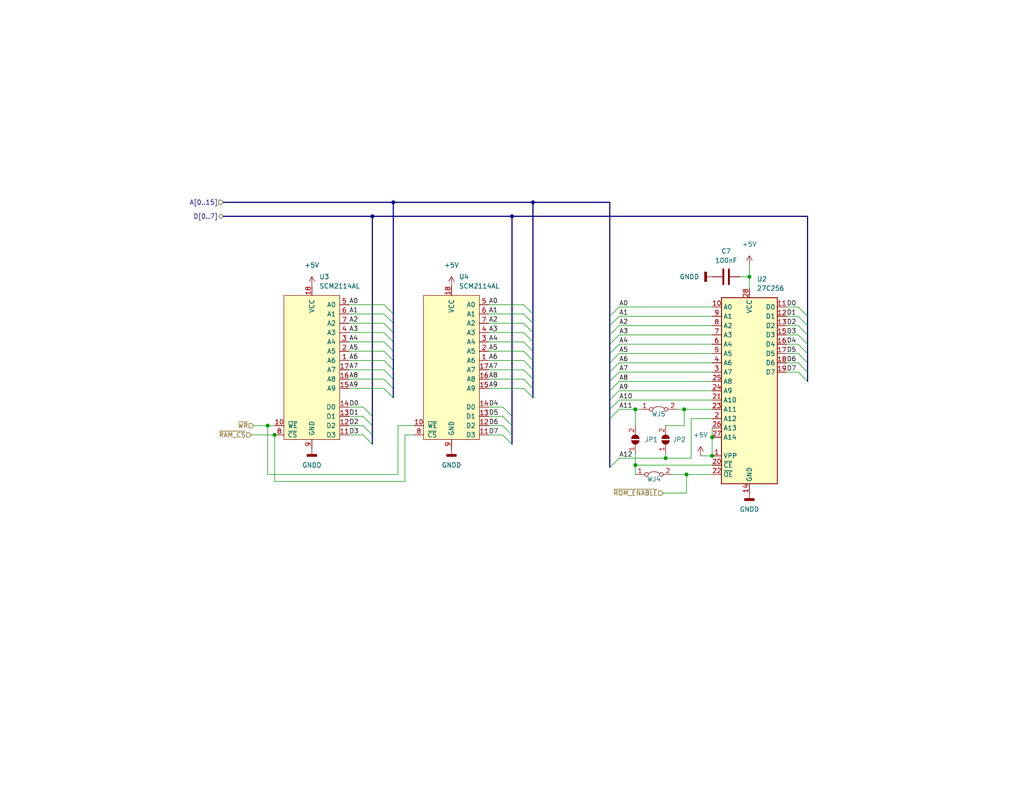
<source format=kicad_sch>
(kicad_sch (version 20211123) (generator eeschema)
  (paper "USLetter")
  (title_block (title "Righteous Tentacle, Colecovision Reverse Engineering Project") (date "2023-03-14") (rev "DEV") (company "sparkletron") (comment 1 "Jay Convertino") (comment 2 "MIT LICENSE") (comment 3 "PCB: 75743 REV F"))
  (lib_symbols
    (symbol "Device:C" (pin_numbers hide) (pin_names (offset 0.254))
      (property "Reference" "C" (at 0.635 2.54 0))
      (property "Value" "C" (at 0.635 -2.54 0))
      (symbol "C_0_1"
        (polyline (pts (xy -2.032 -0.762) (xy 2.032 -0.762)) (stroke (width 0.508)))
        (polyline (pts (xy -2.032 0.762) (xy 2.032 0.762)) (stroke (width 0.508)))
      )
      (symbol "C_1_1"
        (pin passive line (at 0 3.81 270) (length 2.794) (name "~") (number "1"))
        (pin passive line (at 0 -3.81 90) (length 2.794) (name "~") (number "2"))
      )
    )
    (symbol "Jumper:Jumper_2_Bridged" (pin_names (offset 0) hide)
      (property "Reference" "JP" (at 0 1.905 0))
      (property "Value" "Jumper_2_Bridged" (at 0 -2.54 0))
      (symbol "Jumper_2_Bridged_0_0"
        (circle (center -2.032 0) (radius 0.508))
        (circle (center 2.032 0) (radius 0.508))
      )
      (symbol "Jumper_2_Bridged_0_1"
        (arc (start 1.524 0.254) (mid 0 0.762) (end -1.524 0.254))
      )
      (symbol "Jumper_2_Bridged_1_1"
        (pin passive line (at -5.08 0 0) (length 2.54) (name "A") (number "1"))
        (pin passive line (at 5.08 0 180) (length 2.54) (name "B") (number "2"))
      )
    )
    (symbol "Jumper:SolderJumper_2_Open" (pin_names (offset 0) hide)
      (property "Reference" "JP" (at 0 2.032 0))
      (property "Value" "SolderJumper_2_Open" (at 0 -2.54 0))
      (symbol "SolderJumper_2_Open_0_1"
        (arc (start -0.254 1.016) (mid -1.27 0) (end -0.254 -1.016))
        (arc (start -0.254 1.016) (mid -1.27 0) (end -0.254 -1.016) (fill (type outline)))
        (polyline (pts (xy -0.254 1.016) (xy -0.254 -1.016)))
        (polyline (pts (xy 0.254 1.016) (xy 0.254 -1.016)))
        (arc (start 0.254 -1.016) (mid 1.27 0) (end 0.254 1.016))
        (arc (start 0.254 -1.016) (mid 1.27 0) (end 0.254 1.016) (fill (type outline)))
      )
      (symbol "SolderJumper_2_Open_1_1"
        (pin passive line (at -3.81 0 0) (length 2.54) (name "A") (number "1"))
        (pin passive line (at 3.81 0 180) (length 2.54) (name "B") (number "2"))
      )
    )
    (symbol "Memory_EPROM:27C256"
      (property "Reference" "U" (at -7.62 26.67 0))
      (property "Value" "27C256" (at 2.54 -26.67 0))
      (symbol "27C256_1_1"
        (rectangle (start -7.62 25.4) (end 7.62 -25.4) (stroke (width 0.254)) (fill (type background)))
        (pin input line (at -10.16 -17.78 0) (length 2.54) (name "VPP") (number "1"))
        (pin input line (at -10.16 22.86 0) (length 2.54) (name "A0") (number "10"))
        (pin tri_state line (at 10.16 22.86 180) (length 2.54) (name "D0") (number "11"))
        (pin tri_state line (at 10.16 20.32 180) (length 2.54) (name "D1") (number "12"))
        (pin tri_state line (at 10.16 17.78 180) (length 2.54) (name "D2") (number "13"))
        (pin power_in line (at 0 -27.94 90) (length 2.54) (name "GND") (number "14"))
        (pin tri_state line (at 10.16 15.24 180) (length 2.54) (name "D3") (number "15"))
        (pin tri_state line (at 10.16 12.7 180) (length 2.54) (name "D4") (number "16"))
        (pin tri_state line (at 10.16 10.16 180) (length 2.54) (name "D5") (number "17"))
        (pin tri_state line (at 10.16 7.62 180) (length 2.54) (name "D6") (number "18"))
        (pin tri_state line (at 10.16 5.08 180) (length 2.54) (name "D7") (number "19"))
        (pin input line (at -10.16 -7.62 0) (length 2.54) (name "A12") (number "2"))
        (pin input line (at -10.16 -20.32 0) (length 2.54) (name "~{CE}") (number "20"))
        (pin input line (at -10.16 -2.54 0) (length 2.54) (name "A10") (number "21"))
        (pin input line (at -10.16 -22.86 0) (length 2.54) (name "~{OE}") (number "22"))
        (pin input line (at -10.16 -5.08 0) (length 2.54) (name "A11") (number "23"))
        (pin input line (at -10.16 0 0) (length 2.54) (name "A9") (number "24"))
        (pin input line (at -10.16 2.54 0) (length 2.54) (name "A8") (number "25"))
        (pin input line (at -10.16 -10.16 0) (length 2.54) (name "A13") (number "26"))
        (pin input line (at -10.16 -12.7 0) (length 2.54) (name "A14") (number "27"))
        (pin power_in line (at 0 27.94 270) (length 2.54) (name "VCC") (number "28"))
        (pin input line (at -10.16 5.08 0) (length 2.54) (name "A7") (number "3"))
        (pin input line (at -10.16 7.62 0) (length 2.54) (name "A6") (number "4"))
        (pin input line (at -10.16 10.16 0) (length 2.54) (name "A5") (number "5"))
        (pin input line (at -10.16 12.7 0) (length 2.54) (name "A4") (number "6"))
        (pin input line (at -10.16 15.24 0) (length 2.54) (name "A3") (number "7"))
        (pin input line (at -10.16 17.78 0) (length 2.54) (name "A2") (number "8"))
        (pin input line (at -10.16 20.32 0) (length 2.54) (name "A1") (number "9"))
      )
    )
    (symbol "Vintage_RAM:SCM2114AL" (pin_names (offset 1.016))
      (property "Reference" "U" (at 1.27 7.62 0))
      (property "Value" "SCM2114AL" (at 6.35 5.08 0))
      (symbol "SCM2114AL_0_1"
        (rectangle (start -7.62 3.81) (end 7.62 -35.56) (fill (type background)))
      )
      (symbol "SCM2114AL_1_1"
        (pin input line (at 10.16 -13.97 180) (length 2.54) (name "A6") (number "1"))
        (pin input line (at -10.16 -31.75 0) (length 2.54) (name "~{WE}") (number "10"))
        (pin bidirectional line (at 10.16 -34.29 180) (length 2.54) (name "D3") (number "11"))
        (pin bidirectional line (at 10.16 -31.75 180) (length 2.54) (name "D2") (number "12"))
        (pin bidirectional line (at 10.16 -29.21 180) (length 2.54) (name "D1") (number "13"))
        (pin bidirectional line (at 10.16 -26.67 180) (length 2.54) (name "D0") (number "14"))
        (pin input line (at 10.16 -21.59 180) (length 2.54) (name "A9") (number "15"))
        (pin input line (at 10.16 -19.05 180) (length 2.54) (name "A8") (number "16"))
        (pin input line (at 10.16 -16.51 180) (length 2.54) (name "A7") (number "17"))
        (pin power_in line (at 0 6.35 270) (length 2.54) (name "VCC") (number "18"))
        (pin input line (at 10.16 -11.43 180) (length 2.54) (name "A5") (number "2"))
        (pin input line (at 10.16 -8.89 180) (length 2.54) (name "A4") (number "3"))
        (pin input line (at 10.16 -6.35 180) (length 2.54) (name "A3") (number "4"))
        (pin input line (at 10.16 1.27 180) (length 2.54) (name "A0") (number "5"))
        (pin input line (at 10.16 -1.27 180) (length 2.54) (name "A1") (number "6"))
        (pin input line (at 10.16 -3.81 180) (length 2.54) (name "A2") (number "7"))
        (pin input line (at -10.16 -34.29 0) (length 2.54) (name "~{CS}") (number "8"))
        (pin power_in line (at 0 -38.1 90) (length 2.54) (name "GND") (number "9"))
      )
    )
    (symbol "power:+5V" (power) (pin_names (offset 0))
      (property "Value" "+5V" (at 0 3.556 0))
      (symbol "+5V_0_1"
        (polyline (pts (xy -0.762 1.27) (xy 0 2.54)))
        (polyline (pts (xy 0 0) (xy 0 2.54)))
        (polyline (pts (xy 0 2.54) (xy 0.762 1.27)))
      )
      (symbol "+5V_1_1"
        (pin power_in line (at 0 0 90) (length 0) hide (name "+5V") (number "1"))
      )
    )
    (symbol "power:GNDD" (power) (pin_names (offset 0))
      (property "Value" "GNDD" (at 0 -3.175 0))
      (symbol "GNDD_0_1"
        (rectangle (start -1.27 -1.524) (end 1.27 -2.032) (stroke (width 0.254)) (fill (type outline)))
        (polyline (pts (xy 0 0) (xy 0 -1.524)))
      )
      (symbol "GNDD_1_1"
        (pin power_in line (at 0 0 270) (length 0) hide (name "GNDD") (number "1"))
      )
    )
  )
  (junction (at 181.61 125.095))
  (junction (at 139.7 59.055))
  (junction (at 145.415 55.245))
  (junction (at 101.6 59.055))
  (junction (at 173.355 111.76))
  (junction (at 186.69 111.76))
  (junction (at 107.315 55.245))
  (junction (at 204.47 75.565))
  (junction (at 187.325 129.54))
  (junction (at 194.31 124.46))
  (junction (at 194.31 119.38))
  (junction (at 73.025 116.205))
  (junction (at 173.355 127))
  (junction (at 74.93 118.745))
  (bus_entry (at 166.37 96.52) (size 2.54 -2.54))
  (bus_entry (at 142.875 100.965) (size 2.54 2.54))
  (bus_entry (at 145.415 93.345) (size -2.54 -2.54))
  (bus_entry (at 166.37 93.98) (size 2.54 -2.54))
  (bus_entry (at 166.37 99.06) (size 2.54 -2.54))
  (bus_entry (at 107.315 98.425) (size -2.54 -2.54))
  (bus_entry (at 217.805 91.44) (size 2.54 2.54))
  (bus_entry (at 166.37 106.68) (size 2.54 -2.54))
  (bus_entry (at 104.775 88.265) (size 2.54 2.54))
  (bus_entry (at 166.37 114.3) (size 2.54 -2.54))
  (bus_entry (at 99.06 111.125) (size 2.54 2.54))
  (bus_entry (at 166.37 88.9) (size 2.54 -2.54))
  (bus_entry (at 145.415 100.965) (size -2.54 -2.54))
  (bus_entry (at 104.775 100.965) (size 2.54 2.54))
  (bus_entry (at 142.875 83.185) (size 2.54 2.54))
  (bus_entry (at 107.315 93.345) (size -2.54 -2.54))
  (bus_entry (at 107.315 100.965) (size -2.54 -2.54))
  (bus_entry (at 99.06 118.745) (size 2.54 2.54))
  (bus_entry (at 142.875 93.345) (size 2.54 2.54))
  (bus_entry (at 166.37 104.14) (size 2.54 -2.54))
  (bus_entry (at 99.06 113.665) (size 2.54 2.54))
  (bus_entry (at 166.37 91.44) (size 2.54 -2.54))
  (bus_entry (at 217.805 88.9) (size 2.54 2.54))
  (bus_entry (at 166.37 101.6) (size 2.54 -2.54))
  (bus_entry (at 217.805 96.52) (size 2.54 2.54))
  (bus_entry (at 104.775 85.725) (size 2.54 2.54))
  (bus_entry (at 137.16 118.745) (size 2.54 2.54))
  (bus_entry (at 142.875 88.265) (size 2.54 2.54))
  (bus_entry (at 217.805 86.36) (size 2.54 2.54))
  (bus_entry (at 166.37 127.635) (size 2.54 -2.54))
  (bus_entry (at 104.775 106.045) (size 2.54 2.54))
  (bus_entry (at 217.805 101.6) (size 2.54 2.54))
  (bus_entry (at 104.775 93.345) (size 2.54 2.54))
  (bus_entry (at 217.805 99.06) (size 2.54 2.54))
  (bus_entry (at 137.16 116.205) (size 2.54 2.54))
  (bus_entry (at 142.875 85.725) (size 2.54 2.54))
  (bus_entry (at 137.16 111.125) (size 2.54 2.54))
  (bus_entry (at 137.16 113.665) (size 2.54 2.54))
  (bus_entry (at 104.775 83.185) (size 2.54 2.54))
  (bus_entry (at 145.415 106.045) (size -2.54 -2.54))
  (bus_entry (at 99.06 116.205) (size 2.54 2.54))
  (bus_entry (at 145.415 98.425) (size -2.54 -2.54))
  (bus_entry (at 217.805 83.82) (size 2.54 2.54))
  (bus_entry (at 107.315 106.045) (size -2.54 -2.54))
  (bus_entry (at 166.37 111.76) (size 2.54 -2.54))
  (bus_entry (at 142.875 106.045) (size 2.54 2.54))
  (bus_entry (at 217.805 93.98) (size 2.54 2.54))
  (bus_entry (at 166.37 109.22) (size 2.54 -2.54))
  (bus_entry (at 166.37 86.36) (size 2.54 -2.54))
  (wire (pts (xy 68.58 118.745) (xy 74.93 118.745)))
  (wire (pts (xy 95.25 88.265) (xy 104.775 88.265)))
  (wire (pts (xy 173.355 111.76) (xy 173.355 116.205)))
  (wire (pts (xy 186.69 111.76) (xy 194.31 111.76)))
  (wire (pts (xy 133.35 88.265) (xy 142.875 88.265)))
  (bus (pts (xy 166.37 93.98) (xy 166.37 96.52)))
  (wire (pts (xy 133.35 85.725) (xy 142.875 85.725)))
  (bus (pts (xy 107.315 55.245) (xy 107.315 85.725)))
  (wire (pts (xy 214.63 101.6) (xy 217.805 101.6)))
  (bus (pts (xy 220.345 101.6) (xy 220.345 104.14)))
  (bus (pts (xy 101.6 113.665) (xy 101.6 116.205)))
  (bus (pts (xy 101.6 118.745) (xy 101.6 121.285)))
  (bus (pts (xy 166.37 114.3) (xy 166.37 127.635)))
  (wire (pts (xy 133.35 100.965) (xy 142.875 100.965)))
  (wire (pts (xy 214.63 93.98) (xy 217.805 93.98)))
  (bus (pts (xy 101.6 116.205) (xy 101.6 118.745)))
  (wire (pts (xy 95.25 93.345) (xy 104.775 93.345)))
  (wire (pts (xy 168.91 111.76) (xy 173.355 111.76)))
  (bus (pts (xy 145.415 93.345) (xy 145.415 95.885)))
  (bus (pts (xy 220.345 96.52) (xy 220.345 99.06)))
  (wire (pts (xy 194.31 116.84) (xy 194.31 119.38)))
  (wire (pts (xy 95.25 106.045) (xy 104.775 106.045)))
  (wire (pts (xy 133.35 90.805) (xy 142.875 90.805)))
  (bus (pts (xy 166.37 88.9) (xy 166.37 91.44)))
  (wire (pts (xy 173.355 127) (xy 173.355 129.54)))
  (bus (pts (xy 139.7 113.665) (xy 139.7 116.205)))
  (wire (pts (xy 133.35 111.125) (xy 137.16 111.125)))
  (bus (pts (xy 101.6 59.055) (xy 101.6 113.665)))
  (wire (pts (xy 183.515 129.54) (xy 187.325 129.54)))
  (wire (pts (xy 168.91 88.9) (xy 194.31 88.9)))
  (bus (pts (xy 145.415 85.725) (xy 145.415 88.265)))
  (bus (pts (xy 139.7 118.745) (xy 139.7 121.285)))
  (bus (pts (xy 166.37 86.36) (xy 166.37 88.9)))
  (wire (pts (xy 168.91 83.82) (xy 194.31 83.82)))
  (wire (pts (xy 201.93 75.565) (xy 204.47 75.565)))
  (wire (pts (xy 173.355 123.825) (xy 173.355 127)))
  (bus (pts (xy 107.315 103.505) (xy 107.315 106.045)))
  (wire (pts (xy 95.25 103.505) (xy 104.775 103.505)))
  (wire (pts (xy 168.91 125.095) (xy 181.61 125.095)))
  (bus (pts (xy 107.315 93.345) (xy 107.315 95.885)))
  (bus (pts (xy 220.345 59.055) (xy 220.345 86.36)))
  (wire (pts (xy 187.325 129.54) (xy 194.31 129.54)))
  (wire (pts (xy 110.49 118.745) (xy 113.03 118.745)))
  (bus (pts (xy 166.37 109.22) (xy 166.37 111.76)))
  (wire (pts (xy 181.61 125.095) (xy 188.595 125.095)))
  (wire (pts (xy 214.63 91.44) (xy 217.805 91.44)))
  (wire (pts (xy 214.63 86.36) (xy 217.805 86.36)))
  (bus (pts (xy 107.315 95.885) (xy 107.315 98.425)))
  (wire (pts (xy 133.35 98.425) (xy 142.875 98.425)))
  (wire (pts (xy 73.025 116.205) (xy 74.93 116.205)))
  (wire (pts (xy 69.215 116.205) (xy 73.025 116.205)))
  (bus (pts (xy 145.415 95.885) (xy 145.415 98.425)))
  (wire (pts (xy 133.35 113.665) (xy 137.16 113.665)))
  (wire (pts (xy 181.61 123.825) (xy 181.61 125.095)))
  (bus (pts (xy 101.6 59.055) (xy 139.7 59.055)))
  (wire (pts (xy 168.91 101.6) (xy 194.31 101.6)))
  (bus (pts (xy 166.37 111.76) (xy 166.37 114.3)))
  (bus (pts (xy 166.37 104.14) (xy 166.37 106.68)))
  (wire (pts (xy 95.25 85.725) (xy 104.775 85.725)))
  (bus (pts (xy 166.37 99.06) (xy 166.37 101.6)))
  (wire (pts (xy 214.63 83.82) (xy 217.805 83.82)))
  (wire (pts (xy 188.595 114.3) (xy 188.595 125.095)))
  (wire (pts (xy 95.25 98.425) (xy 104.775 98.425)))
  (bus (pts (xy 107.315 106.045) (xy 107.315 108.585)))
  (wire (pts (xy 110.49 131.445) (xy 110.49 118.745)))
  (bus (pts (xy 107.315 100.965) (xy 107.315 103.505)))
  (bus (pts (xy 107.315 55.245) (xy 145.415 55.245)))
  (wire (pts (xy 133.35 116.205) (xy 137.16 116.205)))
  (bus (pts (xy 60.96 55.245) (xy 107.315 55.245)))
  (wire (pts (xy 168.91 86.36) (xy 194.31 86.36)))
  (bus (pts (xy 139.7 116.205) (xy 139.7 118.745)))
  (wire (pts (xy 173.355 111.76) (xy 174.625 111.76)))
  (bus (pts (xy 145.415 55.245) (xy 166.37 55.245)))
  (bus (pts (xy 107.315 85.725) (xy 107.315 88.265)))
  (wire (pts (xy 133.35 93.345) (xy 142.875 93.345)))
  (bus (pts (xy 145.415 98.425) (xy 145.415 100.965)))
  (wire (pts (xy 173.355 127) (xy 194.31 127)))
  (bus (pts (xy 145.415 90.805) (xy 145.415 93.345)))
  (wire (pts (xy 73.025 116.205) (xy 73.025 129.54)))
  (bus (pts (xy 107.315 98.425) (xy 107.315 100.965)))
  (wire (pts (xy 95.25 95.885) (xy 104.775 95.885)))
  (wire (pts (xy 133.35 106.045) (xy 142.875 106.045)))
  (wire (pts (xy 108.585 116.205) (xy 113.03 116.205)))
  (wire (pts (xy 168.91 93.98) (xy 194.31 93.98)))
  (bus (pts (xy 145.415 100.965) (xy 145.415 103.505)))
  (wire (pts (xy 95.25 116.205) (xy 99.06 116.205)))
  (wire (pts (xy 95.25 118.745) (xy 99.06 118.745)))
  (bus (pts (xy 107.315 90.805) (xy 107.315 93.345)))
  (bus (pts (xy 145.415 103.505) (xy 145.415 106.045)))
  (bus (pts (xy 166.37 91.44) (xy 166.37 93.98)))
  (bus (pts (xy 166.37 101.6) (xy 166.37 104.14)))
  (wire (pts (xy 95.25 113.665) (xy 99.06 113.665)))
  (wire (pts (xy 133.35 95.885) (xy 142.875 95.885)))
  (wire (pts (xy 214.63 88.9) (xy 217.805 88.9)))
  (bus (pts (xy 220.345 93.98) (xy 220.345 96.52)))
  (wire (pts (xy 74.93 118.745) (xy 74.93 131.445)))
  (bus (pts (xy 145.415 55.245) (xy 145.415 85.725)))
  (bus (pts (xy 145.415 106.045) (xy 145.415 108.585)))
  (wire (pts (xy 191.135 124.46) (xy 194.31 124.46)))
  (wire (pts (xy 186.69 116.205) (xy 181.61 116.205)))
  (wire (pts (xy 95.25 83.185) (xy 104.775 83.185)))
  (bus (pts (xy 107.315 88.265) (xy 107.315 90.805)))
  (wire (pts (xy 214.63 96.52) (xy 217.805 96.52)))
  (wire (pts (xy 133.35 83.185) (xy 142.875 83.185)))
  (bus (pts (xy 145.415 88.265) (xy 145.415 90.805)))
  (bus (pts (xy 60.96 59.055) (xy 101.6 59.055)))
  (wire (pts (xy 95.25 90.805) (xy 104.775 90.805)))
  (wire (pts (xy 95.25 100.965) (xy 104.775 100.965)))
  (wire (pts (xy 108.585 129.54) (xy 108.585 116.205)))
  (wire (pts (xy 214.63 99.06) (xy 217.805 99.06)))
  (bus (pts (xy 166.37 96.52) (xy 166.37 99.06)))
  (wire (pts (xy 204.47 72.39) (xy 204.47 75.565)))
  (wire (pts (xy 186.69 111.76) (xy 186.69 116.205)))
  (wire (pts (xy 180.975 134.62) (xy 187.325 134.62)))
  (wire (pts (xy 95.25 111.125) (xy 99.06 111.125)))
  (wire (pts (xy 168.91 91.44) (xy 194.31 91.44)))
  (wire (pts (xy 204.47 75.565) (xy 204.47 78.74)))
  (bus (pts (xy 220.345 86.36) (xy 220.345 88.9)))
  (wire (pts (xy 168.91 104.14) (xy 194.31 104.14)))
  (wire (pts (xy 133.35 118.745) (xy 137.16 118.745)))
  (bus (pts (xy 220.345 99.06) (xy 220.345 101.6)))
  (wire (pts (xy 133.35 103.505) (xy 142.875 103.505)))
  (wire (pts (xy 187.325 129.54) (xy 187.325 134.62)))
  (wire (pts (xy 168.91 109.22) (xy 194.31 109.22)))
  (wire (pts (xy 168.91 106.68) (xy 194.31 106.68)))
  (wire (pts (xy 168.91 99.06) (xy 194.31 99.06)))
  (wire (pts (xy 194.31 119.38) (xy 194.31 124.46)))
  (bus (pts (xy 220.345 88.9) (xy 220.345 91.44)))
  (bus (pts (xy 139.7 59.055) (xy 220.345 59.055)))
  (bus (pts (xy 166.37 55.245) (xy 166.37 86.36)))
  (wire (pts (xy 188.595 114.3) (xy 194.31 114.3)))
  (wire (pts (xy 74.93 131.445) (xy 110.49 131.445)))
  (bus (pts (xy 139.7 59.055) (xy 139.7 113.665)))
  (wire (pts (xy 168.91 96.52) (xy 194.31 96.52)))
  (bus (pts (xy 166.37 106.68) (xy 166.37 109.22)))
  (wire (pts (xy 73.025 129.54) (xy 108.585 129.54)))
  (wire (pts (xy 184.785 111.76) (xy 186.69 111.76)))
  (bus (pts (xy 220.345 91.44) (xy 220.345 93.98)))
  (label "D1" (at 214.63 86.36 0))
  (label "A5" (at 133.35 95.885 0))
  (label "A0" (at 168.91 83.82 0))
  (label "D3" (at 95.25 118.745 0))
  (label "D7" (at 214.63 101.6 0))
  (label "D0" (at 214.63 83.82 0))
  (label "A0" (at 95.25 83.185 0))
  (label "A10" (at 168.91 109.22 0))
  (label "A9" (at 95.25 106.045 0))
  (label "A2" (at 168.91 88.9 0))
  (label "A8" (at 133.35 103.505 0))
  (label "A4" (at 95.25 93.345 0))
  (label "A3" (at 168.91 91.44 0))
  (label "A8" (at 168.91 104.14 0))
  (label "A6" (at 168.91 99.06 0))
  (label "A5" (at 95.25 95.885 0))
  (label "A7" (at 95.25 100.965 0))
  (label "A2" (at 95.25 88.265 0))
  (label "A4" (at 168.91 93.98 0))
  (label "A9" (at 168.91 106.68 0))
  (label "D5" (at 133.35 113.665 0))
  (label "A12" (at 168.91 125.095 0))
  (label "A1" (at 133.35 85.725 0))
  (label "A3" (at 133.35 90.805 0))
  (label "D7" (at 133.35 118.745 0))
  (label "D4" (at 133.35 111.125 0))
  (label "A7" (at 168.91 101.6 0))
  (label "D5" (at 214.63 96.52 0))
  (label "D2" (at 214.63 88.9 0))
  (label "A1" (at 95.25 85.725 0))
  (label "A5" (at 168.91 96.52 0))
  (label "A8" (at 95.25 103.505 0))
  (label "A0" (at 133.35 83.185 0))
  (label "A7" (at 133.35 100.965 0))
  (label "A6" (at 95.25 98.425 0))
  (label "D6" (at 133.35 116.205 0))
  (label "A11" (at 168.91 111.76 0))
  (label "A6" (at 133.35 98.425 0))
  (label "A1" (at 168.91 86.36 0))
  (label "D1" (at 95.25 113.665 0))
  (label "A4" (at 133.35 93.345 0))
  (label "D0" (at 95.25 111.125 0))
  (label "A9" (at 133.35 106.045 0))
  (label "D3" (at 214.63 91.44 0))
  (label "D6" (at 214.63 99.06 0))
  (label "A3" (at 95.25 90.805 0))
  (label "D4" (at 214.63 93.98 0))
  (label "D2" (at 95.25 116.205 0))
  (label "A2" (at 133.35 88.265 0))
  (hierarchical_label "~{ROM_ENABLE}" (shape input) (at 180.975 134.62 180))
  (hierarchical_label "~{WR}" (shape input) (at 69.215 116.205 180))
  (hierarchical_label "~{RAM_CS}" (shape input) (at 68.58 118.745 180))
  (hierarchical_label "A[0..15]" (shape input) (at 60.96 55.245 180))
  (hierarchical_label "D[0..7]" (shape bidirectional) (at 60.96 59.055 180))
  (symbol (lib_id "Vintage_RAM:SCM2114AL") (at 85.09 84.455 0) (unit 1)
    (property "Reference" "U3" (at 87.1094 75.565 0) (effects (justify left)))
    (property "Value" "SCM2114AL" (at 87.1094 78.105 0) (effects (justify left)))
    (property "Footprint" "Package_DIP:DIP-18_W7.62mm_LongPads" (effects hide))
  )
  (symbol (lib_id "power:GNDD") (at 204.47 134.62 0) (unit 1)
    (property "Reference" "#PWR0131" (effects hide))
    (property "Value" "GNDD" (at 204.47 139.065 0))
  )
  (symbol (lib_id "Jumper:SolderJumper_2_Open") (at 181.61 120.015 90) (unit 1)
    (property "Reference" "JP2" (at 183.515 120.0149 90) (effects (justify right)))
    (property "Value" "SolderJumper_2_Open" (effects hide))
    (property "Footprint" "Jumper:SolderJumper-2_P1.3mm_Open_Pad1.0x1.5mm" (effects hide))
  )
  (symbol (lib_id "power:+5V") (at 191.135 124.46 0) (unit 1)
    (property "Reference" "#PWR0132" (effects hide))
    (property "Value" "+5V" (at 191.135 118.745 0))
  )
  (symbol (lib_id "power:GNDD") (at 194.31 75.565 270) (unit 1)
    (property "Reference" "#PWR0264" (effects hide))
    (property "Value" "GNDD" (at 185.42 75.565 90) (effects (justify left)))
  )
  (symbol (lib_id "power:+5V") (at 123.19 78.105 0) (unit 1)
    (property "Reference" "#PWR0130" (effects hide))
    (property "Value" "+5V" (at 123.19 72.39 0))
  )
  (symbol (lib_id "Vintage_RAM:SCM2114AL") (at 123.19 84.455 0) (unit 1)
    (property "Reference" "U4" (at 125.2094 75.565 0) (effects (justify left)))
    (property "Value" "SCM2114AL" (at 125.2094 78.105 0) (effects (justify left)))
    (property "Footprint" "Package_DIP:DIP-18_W7.62mm_LongPads" (effects hide))
  )
  (symbol (lib_id "Device:C") (at 198.12 75.565 270) (unit 1)
    (property "Reference" "C7" (at 198.12 68.58 90))
    (property "Value" "100nF" (at 198.12 71.12 90))
    (property "Footprint" "Capacitor_THT:C_Disc_D7.0mm_W2.5mm_P5.00mm" (effects hide))
  )
  (symbol (lib_id "power:+5V") (at 85.09 78.105 0) (unit 1)
    (property "Reference" "#PWR0136" (effects hide))
    (property "Value" "+5V" (at 85.09 72.39 0))
  )
  (symbol (lib_id "Jumper:SolderJumper_2_Open") (at 173.355 120.015 90) (unit 1)
    (property "Reference" "JP1" (at 175.895 120.0149 90) (effects (justify right)))
    (property "Value" "SolderJumper_2_Open" (effects hide))
    (property "Footprint" "Jumper:SolderJumper-2_P1.3mm_Open_Pad1.0x1.5mm" (effects hide))
  )
  (symbol (lib_id "Jumper:Jumper_2_Bridged") (at 179.705 111.76 0) (unit 1)
    (property "Reference" "WJ5" (at 179.705 113.03 0))
    (property "Value" "Jumper_2_Bridged_32K_ROM" (effects hide))
    (property "Footprint" "Resistor_THT:R_Axial_DIN0207_L6.3mm_D2.5mm_P15.24mm_Horizontal" (effects hide))
  )
  (symbol (lib_id "power:+5V") (at 204.47 72.39 0) (unit 1)
    (property "Reference" "#PWR0134" (effects hide))
    (property "Value" "+5V" (at 204.47 66.675 0))
  )
  (symbol (lib_id "power:GNDD") (at 85.09 122.555 0) (unit 1)
    (property "Reference" "#PWR0133" (effects hide))
    (property "Value" "GNDD" (at 85.09 127 0))
  )
  (symbol (lib_id "power:GNDD") (at 123.19 122.555 0) (unit 1)
    (property "Reference" "#PWR0135" (effects hide))
    (property "Value" "GNDD" (at 123.19 127 0))
  )
  (symbol (lib_id "Memory_EPROM:27C256") (at 204.47 106.68 0) (unit 1)
    (property "Reference" "U2" (at 206.4894 76.2 0) (effects (justify left)))
    (property "Value" "27C256" (at 206.4894 78.74 0) (effects (justify left)))
    (property "Footprint" "Package_DIP:DIP-28_W15.24mm" (effects hide))
    (property "Datasheet" "http://ww1.microchip.com/downloads/en/DeviceDoc/doc0014.pdf" (effects hide))
  )
  (symbol (lib_id "Jumper:Jumper_2_Bridged") (at 178.435 129.54 0) (unit 1)
    (property "Reference" "WJ4" (at 178.435 130.81 0))
    (property "Value" "Jumper_2_Bridged_32K_ROM" (effects hide))
    (property "Footprint" "Resistor_THT:R_Axial_DIN0207_L6.3mm_D2.5mm_P15.24mm_Horizontal" (effects hide))
  )
)
</source>
